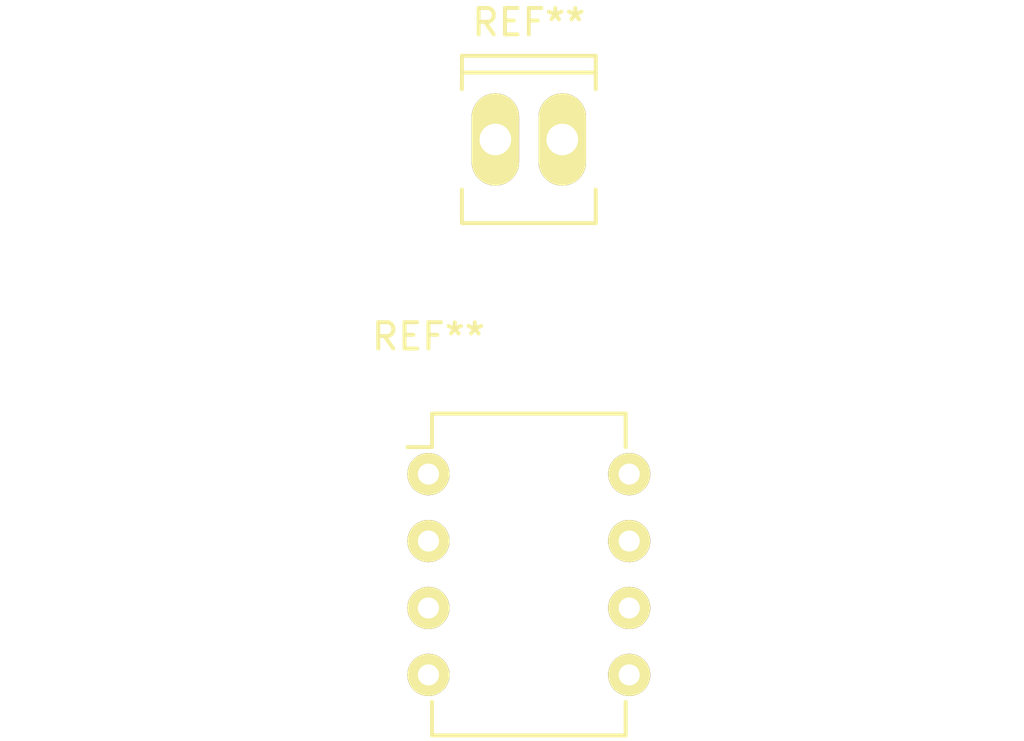
<source format=kicad_pcb>
(kicad_pcb (version 4) (host pcbnew 4.0.1-stable)

  (general
    (links 0)
    (no_connects 0)
    (area 0 0 0 0)
    (thickness 1.6)
    (drawings 0)
    (tracks 0)
    (zones 0)
    (modules 2)
    (nets 1)
  )

  (page A4)
  (layers
    (0 F.Cu signal)
    (31 B.Cu signal)
    (32 B.Adhes user)
    (33 F.Adhes user)
    (34 B.Paste user)
    (35 F.Paste user)
    (36 B.SilkS user)
    (37 F.SilkS user)
    (38 B.Mask user)
    (39 F.Mask user)
    (40 Dwgs.User user)
    (41 Cmts.User user)
    (42 Eco1.User user)
    (43 Eco2.User user)
    (44 Edge.Cuts user)
    (45 Margin user)
    (46 B.CrtYd user)
    (47 F.CrtYd user)
    (48 B.Fab user)
    (49 F.Fab user)
  )

  (setup
    (last_trace_width 0.25)
    (trace_clearance 0.2)
    (zone_clearance 0.508)
    (zone_45_only no)
    (trace_min 0.2)
    (segment_width 0.2)
    (edge_width 0.15)
    (via_size 0.6)
    (via_drill 0.4)
    (via_min_size 0.4)
    (via_min_drill 0.3)
    (uvia_size 0.3)
    (uvia_drill 0.1)
    (uvias_allowed no)
    (uvia_min_size 0.2)
    (uvia_min_drill 0.1)
    (pcb_text_width 0.3)
    (pcb_text_size 1.5 1.5)
    (mod_edge_width 0.15)
    (mod_text_size 1 1)
    (mod_text_width 0.15)
    (pad_size 1.524 1.524)
    (pad_drill 0.762)
    (pad_to_mask_clearance 0.2)
    (aux_axis_origin 0 0)
    (visible_elements FFFFFF7F)
    (pcbplotparams
      (layerselection 0x00030_80000001)
      (usegerberextensions false)
      (excludeedgelayer true)
      (linewidth 0.100000)
      (plotframeref false)
      (viasonmask false)
      (mode 1)
      (useauxorigin false)
      (hpglpennumber 1)
      (hpglpenspeed 20)
      (hpglpendiameter 15)
      (hpglpenoverlay 2)
      (psnegative false)
      (psa4output false)
      (plotreference true)
      (plotvalue true)
      (plotinvisibletext false)
      (padsonsilk false)
      (subtractmaskfromsilk false)
      (outputformat 1)
      (mirror false)
      (drillshape 1)
      (scaleselection 1)
      (outputdirectory ""))
  )

  (net 0 "")

  (net_class Default "This is the default net class."
    (clearance 0.2)
    (trace_width 0.25)
    (via_dia 0.6)
    (via_drill 0.4)
    (uvia_dia 0.3)
    (uvia_drill 0.1)
  )

  (module Housings_DIP:DIP-8_W7.62mm (layer F.Cu) (tedit 54130A77) (tstamp 569A7123)
    (at 175.26 104.14)
    (descr "8-lead dip package, row spacing 7.62 mm (300 mils)")
    (tags "dil dip 2.54 300")
    (fp_text reference REF** (at 0 -5.22) (layer F.SilkS)
      (effects (font (size 1 1) (thickness 0.15)))
    )
    (fp_text value DIP-8_W7.62mm (at 0 -3.72) (layer F.Fab)
      (effects (font (size 1 1) (thickness 0.15)))
    )
    (fp_line (start -1.05 -2.45) (end -1.05 10.1) (layer F.CrtYd) (width 0.05))
    (fp_line (start 8.65 -2.45) (end 8.65 10.1) (layer F.CrtYd) (width 0.05))
    (fp_line (start -1.05 -2.45) (end 8.65 -2.45) (layer F.CrtYd) (width 0.05))
    (fp_line (start -1.05 10.1) (end 8.65 10.1) (layer F.CrtYd) (width 0.05))
    (fp_line (start 0.135 -2.295) (end 0.135 -1.025) (layer F.SilkS) (width 0.15))
    (fp_line (start 7.485 -2.295) (end 7.485 -1.025) (layer F.SilkS) (width 0.15))
    (fp_line (start 7.485 9.915) (end 7.485 8.645) (layer F.SilkS) (width 0.15))
    (fp_line (start 0.135 9.915) (end 0.135 8.645) (layer F.SilkS) (width 0.15))
    (fp_line (start 0.135 -2.295) (end 7.485 -2.295) (layer F.SilkS) (width 0.15))
    (fp_line (start 0.135 9.915) (end 7.485 9.915) (layer F.SilkS) (width 0.15))
    (fp_line (start 0.135 -1.025) (end -0.8 -1.025) (layer F.SilkS) (width 0.15))
    (pad 1 thru_hole oval (at 0 0) (size 1.6 1.6) (drill 0.8) (layers *.Cu *.Mask F.SilkS))
    (pad 2 thru_hole oval (at 0 2.54) (size 1.6 1.6) (drill 0.8) (layers *.Cu *.Mask F.SilkS))
    (pad 3 thru_hole oval (at 0 5.08) (size 1.6 1.6) (drill 0.8) (layers *.Cu *.Mask F.SilkS))
    (pad 4 thru_hole oval (at 0 7.62) (size 1.6 1.6) (drill 0.8) (layers *.Cu *.Mask F.SilkS))
    (pad 5 thru_hole oval (at 7.62 7.62) (size 1.6 1.6) (drill 0.8) (layers *.Cu *.Mask F.SilkS))
    (pad 6 thru_hole oval (at 7.62 5.08) (size 1.6 1.6) (drill 0.8) (layers *.Cu *.Mask F.SilkS))
    (pad 7 thru_hole oval (at 7.62 2.54) (size 1.6 1.6) (drill 0.8) (layers *.Cu *.Mask F.SilkS))
    (pad 8 thru_hole oval (at 7.62 0) (size 1.6 1.6) (drill 0.8) (layers *.Cu *.Mask F.SilkS))
    (model Housings_DIP.3dshapes/DIP-8_W7.62mm.wrl
      (at (xyz 0 0 0))
      (scale (xyz 1 1 1))
      (rotate (xyz 0 0 0))
    )
  )

  (module Sockets_MOLEX_KK-System:Socket_MOLEX-KK-RM2-54mm_Lock_2pin_straight (layer F.Cu) (tedit 0) (tstamp 569A7176)
    (at 179.07 91.44)
    (descr "Socket, MOLEX, KK, RM 2.54mm, Lock, 2pin, straight,")
    (tags "Socket, MOLEX, KK, RM 2.54mm, Lock, 2pin, straight,")
    (fp_text reference REF** (at 0 -4.445) (layer F.SilkS)
      (effects (font (size 1 1) (thickness 0.15)))
    )
    (fp_text value Socket_MOLEX-KK-RM2-54mm_Lock_2pin_straight (at -0.635 5.08) (layer F.Fab)
      (effects (font (size 1 1) (thickness 0.15)))
    )
    (fp_line (start -2.54 -2.54) (end 2.54 -2.54) (layer F.SilkS) (width 0.15))
    (fp_line (start 2.54 3.175) (end 2.54 1.905) (layer F.SilkS) (width 0.15))
    (fp_line (start 2.54 -2.54) (end 2.54 -1.905) (layer F.SilkS) (width 0.15))
    (fp_line (start -2.54 2.54) (end -2.54 1.905) (layer F.SilkS) (width 0.15))
    (fp_line (start -2.54 -2.54) (end -2.54 -1.905) (layer F.SilkS) (width 0.15))
    (fp_line (start -2.54 -2.54) (end -2.54 -3.175) (layer F.SilkS) (width 0.15))
    (fp_line (start -2.54 -3.175) (end 2.54 -3.175) (layer F.SilkS) (width 0.15))
    (fp_line (start 2.54 -3.175) (end 2.54 -2.54) (layer F.SilkS) (width 0.15))
    (fp_line (start 2.54 3.175) (end -2.54 3.175) (layer F.SilkS) (width 0.15))
    (fp_line (start -2.54 3.175) (end -2.54 2.54) (layer F.SilkS) (width 0.15))
    (pad 1 thru_hole oval (at -1.27 0) (size 1.80086 3.50012) (drill 1.19888) (layers *.Cu *.Mask F.SilkS))
    (pad 2 thru_hole oval (at 1.27 0) (size 1.80086 3.50012) (drill 1.19888) (layers *.Cu *.Mask F.SilkS))
  )

)

</source>
